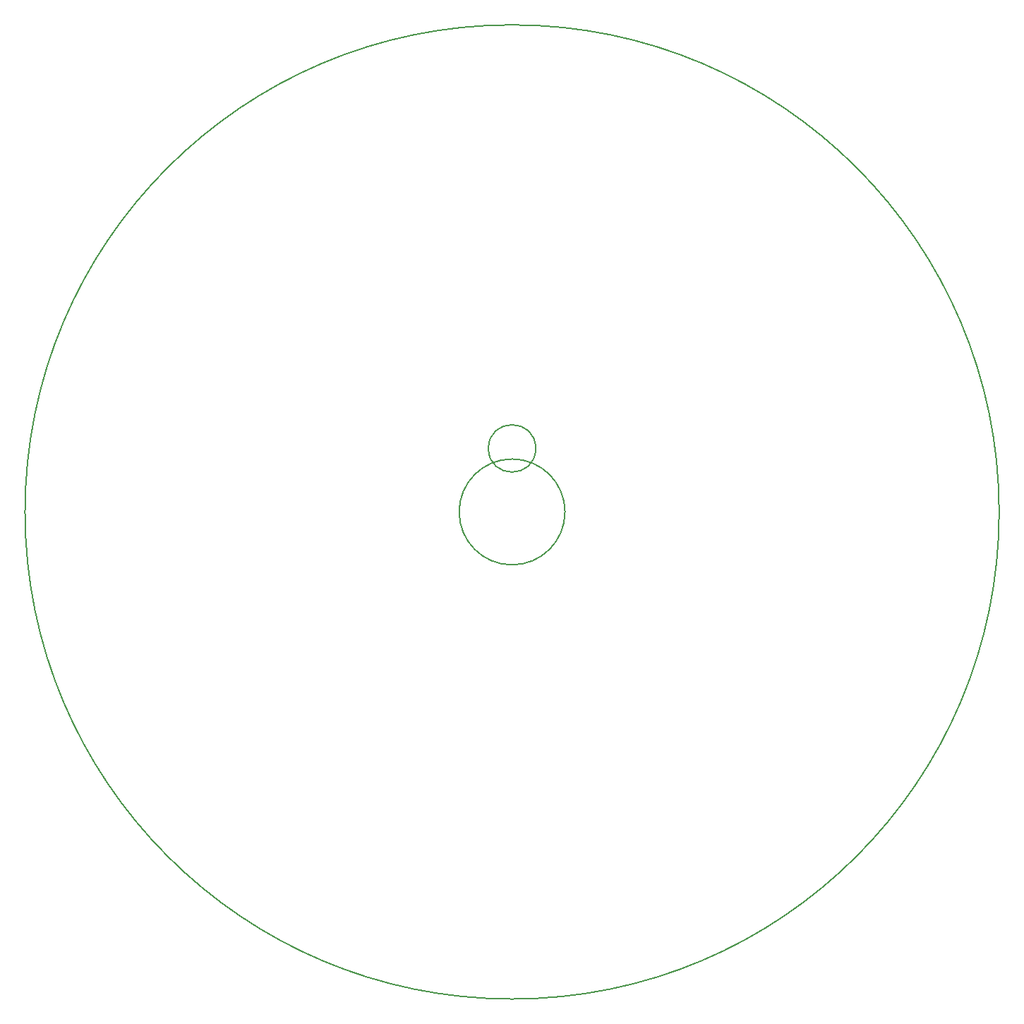
<source format=gbr>
G04 #@! TF.FileFunction,Profile,NP*
%FSLAX46Y46*%
G04 Gerber Fmt 4.6, Leading zero omitted, Abs format (unit mm)*
G04 Created by KiCad (PCBNEW 4.0.2-stable) date 7/24/2017 11:21:14 AM*
%MOMM*%
G01*
G04 APERTURE LIST*
%ADD10C,0.100000*%
%ADD11C,0.150000*%
G04 APERTURE END LIST*
D10*
D11*
X141269806Y-87630000D02*
G75*
G03X141269806Y-87630000I-2839806J0D01*
G01*
X144780000Y-95250000D02*
G75*
G03X144780000Y-95250000I-6350000J0D01*
G01*
X196863803Y-95250000D02*
G75*
G03X196863803Y-95250000I-58433803J0D01*
G01*
M02*

</source>
